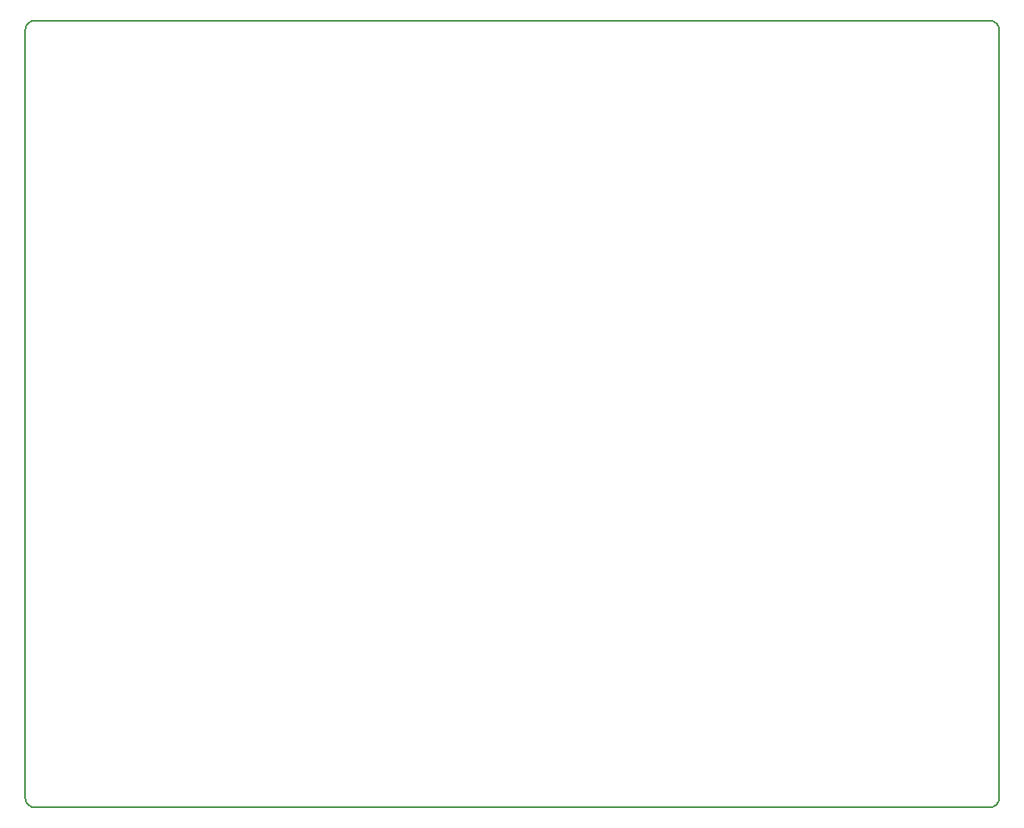
<source format=gbr>
G04 #@! TF.GenerationSoftware,KiCad,Pcbnew,5.1.6+dfsg1-1~bpo10+1*
G04 #@! TF.CreationDate,2020-10-10T21:46:56-04:00*
G04 #@! TF.ProjectId,hardware,68617264-7761-4726-952e-6b696361645f,1.0.0*
G04 #@! TF.SameCoordinates,Original*
G04 #@! TF.FileFunction,Profile,NP*
%FSLAX46Y46*%
G04 Gerber Fmt 4.6, Leading zero omitted, Abs format (unit mm)*
G04 Created by KiCad (PCBNEW 5.1.6+dfsg1-1~bpo10+1) date 2020-10-10 21:46:56*
%MOMM*%
%LPD*%
G01*
G04 APERTURE LIST*
G04 #@! TA.AperFunction,Profile*
%ADD10C,0.150000*%
G04 #@! TD*
G04 APERTURE END LIST*
D10*
X66500000Y-132000000D02*
G75*
G02*
X65500000Y-131000000I0J1000000D01*
G01*
X164500000Y-131000000D02*
G75*
G02*
X163500000Y-132000000I-1000000J0D01*
G01*
X163500000Y-52000000D02*
G75*
G02*
X164500000Y-53000000I0J-1000000D01*
G01*
X65500000Y-53000000D02*
G75*
G02*
X66500000Y-52000000I1000000J0D01*
G01*
X164500000Y-131000000D02*
X164500000Y-53000000D01*
X66500000Y-132000000D02*
X163500000Y-132000000D01*
X65500000Y-53000000D02*
X65500000Y-131000000D01*
X66500000Y-52000000D02*
X163500000Y-52000000D01*
M02*

</source>
